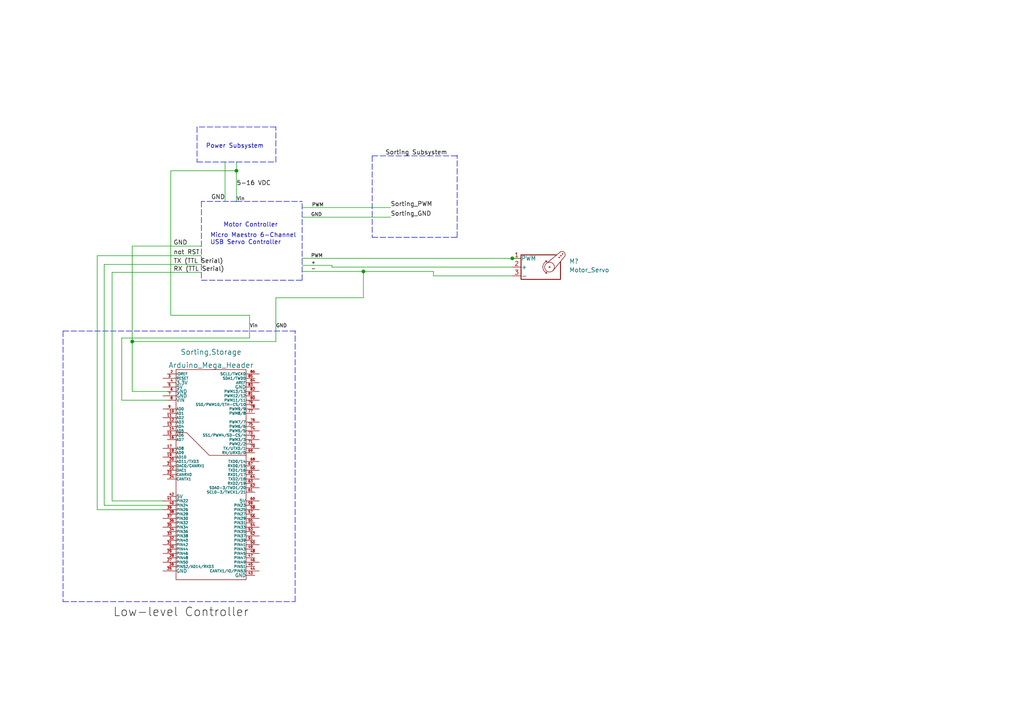
<source format=kicad_sch>
(kicad_sch (version 20211123) (generator eeschema)
  (paper "A4")
  (lib_symbols
    (symbol "Motor:Motor_Servo" (pin_names (offset 0.0254))
      (property "Reference" "M" (at -5.08 4.445 0))
      (property "Value" "Motor_Servo" (at -5.08 -4.064 0))
      (symbol "Motor_Servo_0_1"
        (polyline (pts (xy 2.413 -1.778) (xy 2.032 -1.778)))
        (polyline (pts (xy 2.413 -1.778) (xy 2.286 -1.397)))
        (polyline (pts (xy 2.413 1.778) (xy 1.905 1.778)))
        (polyline (pts (xy 2.413 1.778) (xy 2.286 1.397)))
        (polyline (pts (xy 6.35 4.445) (xy 2.54 1.27)))
        (polyline (pts (xy 7.62 3.175) (xy 4.191 -1.016)))
        (polyline (pts (xy 5.08 3.556) (xy -5.08 3.556) (xy -5.08 -3.556) (xy 6.35 -3.556) (xy 6.35 1.524)) (stroke (width 0.254)))
        (arc (start 2.413 1.778) (mid 1.2406 0) (end 2.413 -1.778))
        (circle (center 3.175 0) (radius 0.1778))
        (circle (center 3.175 0) (radius 1.4224))
        (circle (center 5.969 2.794) (radius 0.127))
        (circle (center 6.477 3.302) (radius 0.127))
        (circle (center 6.985 3.81) (radius 0.127))
        (arc (start 7.62 3.175) (mid 7.4485 4.2735) (end 6.35 4.445))
      )
      (symbol "Motor_Servo_1_1"
        (pin passive line (at -7.62 2.54 0) (length 2.54) (name "PWM") (number "1"))
        (pin passive line (at -7.62 0 0) (length 2.54) (name "+") (number "2"))
        (pin passive line (at -7.62 -2.54 0) (length 2.54) (name "-") (number "3"))
      )
    )
    (symbol "w_connectors:Arduino_Mega_Header" (pin_names (offset 0.0254))
      (property "Reference" "J" (at 0 31.75 0))
      (property "Value" "Arduino_Mega_Header" (at 0 -31.75 0))
      (symbol "Arduino_Mega_Header_0_1"
        (polyline (pts (xy -8.636 12.192) (xy -9.652 12.192)))
        (polyline (pts (xy 10.16 5.588) (xy -0.508 5.588) (xy -7.112 12.192) (xy -10.16 12.192)))
        (rectangle (start 10.16 -30.48) (end -10.16 30.48))
      )
      (symbol "Arduino_Mega_Header_1_1"
        (pin passive line (at -12.7 17.78 0) (length 2.54) (name "AD1") (number "10"))
        (pin passive line (at -13.97 16.51 0) (length 3.81) (name "AD2") (number "11"))
        (pin passive line (at -12.7 15.24 0) (length 2.54) (name "AD3") (number "12"))
        (pin passive line (at -13.97 13.97 0) (length 3.81) (name "AD4") (number "13"))
        (pin passive line (at -12.7 12.7 0) (length 2.54) (name "AD5") (number "14"))
        (pin passive line (at -13.97 11.43 0) (length 3.81) (name "AD6") (number "15"))
        (pin passive line (at -12.7 10.16 0) (length 2.54) (name "AD7") (number "16"))
        (pin passive line (at -13.97 7.62 0) (length 3.81) (name "AD8") (number "17"))
        (pin passive line (at -12.7 6.35 0) (length 2.54) (name "AD9") (number "18"))
        (pin passive line (at -13.97 5.08 0) (length 3.81) (name "AD10") (number "19"))
        (pin passive line (at -12.7 29.21 0) (length 2.54) (name "IOREF") (number "2"))
        (pin passive line (at -12.7 3.81 0) (length 2.54) (name "AD11/TXD3") (number "20"))
        (pin passive line (at -13.97 2.54 0) (length 3.81) (name "DAC0/CANRX1") (number "21"))
        (pin passive line (at -12.7 1.27 0) (length 2.54) (name "DAC1") (number "22"))
        (pin passive line (at -13.97 0 0) (length 3.81) (name "CANRX0") (number "23"))
        (pin passive line (at -12.7 -1.27 0) (length 2.54) (name "CANTX1") (number "24"))
        (pin passive line (at -13.97 -27.94 0) (length 3.81) (name "GND") (number "25"))
        (pin passive line (at -12.7 -26.67 0) (length 2.54) (name "PIN52/AD14/RXD3") (number "26"))
        (pin passive line (at -13.97 -25.4 0) (length 3.81) (name "PIN50") (number "27"))
        (pin passive line (at -12.7 -24.13 0) (length 2.54) (name "PIN48") (number "28"))
        (pin passive line (at -13.97 -22.86 0) (length 3.81) (name "PIN46") (number "29"))
        (pin passive line (at -13.97 27.94 0) (length 3.81) (name "RESET") (number "3"))
        (pin passive line (at -12.7 -21.59 0) (length 2.54) (name "PIN44") (number "30"))
        (pin passive line (at -13.97 -20.32 0) (length 3.81) (name "PIN42") (number "31"))
        (pin passive line (at -12.7 -19.05 0) (length 2.54) (name "PIN40") (number "32"))
        (pin passive line (at -13.97 -17.78 0) (length 3.81) (name "PIN38") (number "33"))
        (pin passive line (at -12.7 -16.51 0) (length 2.54) (name "PIN36") (number "34"))
        (pin passive line (at -13.97 -15.24 0) (length 3.81) (name "PIN34") (number "35"))
        (pin passive line (at -12.7 -13.97 0) (length 2.54) (name "PIN32") (number "36"))
        (pin passive line (at -13.97 -12.7 0) (length 3.81) (name "PIN30") (number "37"))
        (pin passive line (at -12.7 -11.43 0) (length 2.54) (name "PIN28") (number "38"))
        (pin passive line (at -13.97 -10.16 0) (length 3.81) (name "PIN26") (number "39"))
        (pin passive line (at -12.7 26.67 0) (length 2.54) (name "3.3V") (number "4"))
        (pin passive line (at -12.7 -8.89 0) (length 2.54) (name "PIN24") (number "40"))
        (pin passive line (at -13.97 -7.62 0) (length 3.81) (name "PIN22") (number "41"))
        (pin passive line (at -12.7 -6.35 0) (length 2.54) (name "5V") (number "42"))
        (pin passive line (at 12.7 -29.21 180) (length 2.54) (name "GND") (number "43"))
        (pin passive line (at 13.97 -27.94 180) (length 3.81) (name "CANTX1/IO/PIN53") (number "44"))
        (pin passive line (at 12.7 -26.67 180) (length 2.54) (name "PIN51") (number "45"))
        (pin passive line (at 13.97 -25.4 180) (length 3.81) (name "PIN49") (number "46"))
        (pin passive line (at 12.7 -24.13 180) (length 2.54) (name "PIN47") (number "47"))
        (pin passive line (at 13.97 -22.86 180) (length 3.81) (name "PIN45") (number "48"))
        (pin passive line (at 12.7 -21.59 180) (length 2.54) (name "PIN43") (number "49"))
        (pin passive line (at -13.97 25.4 0) (length 3.81) (name "5V") (number "5"))
        (pin passive line (at 13.97 -20.32 180) (length 3.81) (name "PIN41") (number "50"))
        (pin passive line (at 12.7 -19.05 180) (length 2.54) (name "PIN39") (number "51"))
        (pin passive line (at 13.97 -17.78 180) (length 3.81) (name "PIN37") (number "52"))
        (pin passive line (at 12.7 -16.51 180) (length 2.54) (name "PIN35") (number "53"))
        (pin passive line (at 13.97 -15.24 180) (length 3.81) (name "PIN33") (number "54"))
        (pin passive line (at 12.7 -13.97 180) (length 2.54) (name "PIN31") (number "55"))
        (pin passive line (at 13.97 -12.7 180) (length 3.81) (name "PIN29") (number "56"))
        (pin passive line (at 12.7 -11.43 180) (length 2.54) (name "PIN27") (number "57"))
        (pin passive line (at 13.97 -10.16 180) (length 3.81) (name "PIN25") (number "58"))
        (pin passive line (at 12.7 -8.89 180) (length 2.54) (name "PIN23") (number "59"))
        (pin passive line (at -12.7 24.13 0) (length 2.54) (name "GND") (number "6"))
        (pin passive line (at 13.97 -7.62 180) (length 3.81) (name "5V") (number "60"))
        (pin passive line (at 12.7 -5.08 180) (length 2.54) (name "SCL0-3/TWCK1/21") (number "61"))
        (pin passive line (at 13.97 -3.81 180) (length 3.81) (name "SDA0-3/TWD1/20") (number "62"))
        (pin passive line (at 12.7 -2.54 180) (length 2.54) (name "RXD2/19") (number "63"))
        (pin passive line (at 13.97 -1.27 180) (length 3.81) (name "TXD2/18") (number "64"))
        (pin passive line (at 12.7 0 180) (length 2.54) (name "RXD1/17") (number "65"))
        (pin passive line (at 13.97 1.27 180) (length 3.81) (name "TXD1/16") (number "66"))
        (pin passive line (at 12.7 2.54 180) (length 2.54) (name "RXD0/15") (number "67"))
        (pin passive line (at 13.97 3.81 180) (length 3.81) (name "TXD0/14") (number "68"))
        (pin passive line (at 12.7 6.35 180) (length 2.54) (name "RX/URXD/0") (number "69"))
        (pin passive line (at -13.97 22.86 0) (length 3.81) (name "GND") (number "7"))
        (pin passive line (at 13.97 7.62 180) (length 3.81) (name "TX/UTXD/1") (number "70"))
        (pin passive line (at 12.7 8.89 180) (length 2.54) (name "PWM2/2") (number "71"))
        (pin passive line (at 13.97 10.16 180) (length 3.81) (name "PWM3/3") (number "72"))
        (pin passive line (at 12.7 11.43 180) (length 2.54) (name "SS1/PWM4/SD-CS/4") (number "73"))
        (pin passive line (at 13.97 12.7 180) (length 3.81) (name "PWM5/5") (number "74"))
        (pin passive line (at 12.7 13.97 180) (length 2.54) (name "PWM6/6") (number "75"))
        (pin passive line (at 13.97 15.24 180) (length 3.81) (name "PWM7/7") (number "76"))
        (pin passive line (at 12.7 17.78 180) (length 2.54) (name "PWM8/8") (number "77"))
        (pin passive line (at 13.97 19.05 180) (length 3.81) (name "PWM9/9") (number "78"))
        (pin passive line (at 12.7 20.32 180) (length 2.54) (name "SS0/PWM10/ETH-CS/10") (number "79"))
        (pin passive line (at -12.7 21.59 0) (length 2.54) (name "VIN") (number "8"))
        (pin passive line (at 13.97 21.59 180) (length 3.81) (name "PWM11/11") (number "80"))
        (pin passive line (at 12.7 22.86 180) (length 2.54) (name "PWM12/12") (number "81"))
        (pin passive line (at 13.97 24.13 180) (length 3.81) (name "PWM13/13") (number "82"))
        (pin passive line (at 12.7 25.4 180) (length 2.54) (name "GND") (number "83"))
        (pin passive line (at 13.97 26.67 180) (length 3.81) (name "AREF") (number "84"))
        (pin passive line (at 12.7 27.94 180) (length 2.54) (name "SDA1/TWD0") (number "85"))
        (pin passive line (at 13.97 29.21 180) (length 3.81) (name "SCL1/TWCK0") (number "86"))
        (pin passive line (at -13.97 19.05 0) (length 3.81) (name "AD0") (number "9"))
      )
    )
  )
  (junction (at 148.59 74.93))
  (junction (at 38.354 99.06))
  (junction (at 105.41 78.74))
  (junction (at 68.58 49.53))
  (polyline (pts (xy 58.42 58.42) (xy 58.42 81.28)))
  (wire (pts (xy 30.226 146.558) (xy 30.226 76.708)))
  (wire (pts (xy 68.58 46.99) (xy 68.58 49.53)))
  (wire (pts (xy 72.39 98.044) (xy 35.306 98.044)))
  (polyline (pts (xy 132.588 68.834) (xy 132.588 44.958)))
  (polyline (pts (xy 80.01 36.83) (xy 57.15 36.83)))
  (wire (pts (xy 65.278 46.99) (xy 65.278 58.42)))
  (wire (pts (xy 68.58 49.53) (xy 68.58 58.42)))
  (wire (pts (xy 125.73 80.01) (xy 148.59 80.01)))
  (wire (pts (xy 58.42 71.374) (xy 38.354 71.374)))
  (polyline (pts (xy 63.5 96.012) (xy 86.106 96.012)))
  (wire (pts (xy 87.63 76.962) (xy 96.266 76.962)))
  (wire (pts (xy 28.194 74.168) (xy 58.42 74.168)))
  (wire (pts (xy 28.194 147.828) (xy 28.194 74.168)))
  (polyline (pts (xy 87.63 81.28) (xy 87.63 58.42)))
  (polyline (pts (xy 18.288 96.012) (xy 63.5 96.012)))
  (polyline (pts (xy 68.58 46.99) (xy 80.01 46.99)))
  (wire (pts (xy 38.354 99.06) (xy 38.354 113.538)))
  (wire (pts (xy 30.226 76.708) (xy 58.42 76.708)))
  (wire (pts (xy 32.512 145.288) (xy 32.512 78.994)))
  (wire (pts (xy 87.63 60.198) (xy 113.284 60.198)))
  (wire (pts (xy 35.306 98.044) (xy 35.306 116.078)))
  (polyline (pts (xy 107.95 68.834) (xy 132.588 68.834)))
  (wire (pts (xy 68.58 49.53) (xy 49.53 49.53)))
  (polyline (pts (xy 68.58 58.42) (xy 58.42 58.42)))
  (wire (pts (xy 48.514 118.618) (xy 48.768 118.618)))
  (wire (pts (xy 105.41 86.36) (xy 105.41 78.74)))
  (wire (pts (xy 32.512 145.288) (xy 47.244 145.288)))
  (wire (pts (xy 80.01 86.36) (xy 80.01 99.06)))
  (wire (pts (xy 87.63 74.93) (xy 148.59 74.93)))
  (wire (pts (xy 49.53 49.53) (xy 49.53 91.44)))
  (polyline (pts (xy 18.288 96.012) (xy 18.288 174.498)))
  (wire (pts (xy 38.354 71.374) (xy 38.354 99.06)))
  (wire (pts (xy 80.01 86.36) (xy 105.41 86.36)))
  (wire (pts (xy 72.39 91.44) (xy 72.39 98.044)))
  (wire (pts (xy 48.514 146.558) (xy 30.226 146.558)))
  (polyline (pts (xy 80.01 46.99) (xy 80.01 36.83)))
  (wire (pts (xy 80.01 99.06) (xy 38.354 99.06)))
  (polyline (pts (xy 58.42 81.28) (xy 87.63 81.28)))
  (wire (pts (xy 49.53 91.44) (xy 72.39 91.44)))
  (wire (pts (xy 48.514 116.078) (xy 35.306 116.078)))
  (polyline (pts (xy 57.15 36.83) (xy 57.15 46.99)))
  (wire (pts (xy 105.41 78.74) (xy 125.73 78.74)))
  (polyline (pts (xy 85.598 174.498) (xy 85.598 96.012)))
  (polyline (pts (xy 57.15 46.99) (xy 68.58 46.99)))
  (polyline (pts (xy 107.95 45.212) (xy 107.95 68.834)))
  (wire (pts (xy 96.266 77.47) (xy 148.59 77.47)))
  (wire (pts (xy 96.266 77.47) (xy 96.266 76.962)))
  (wire (pts (xy 47.244 147.828) (xy 28.194 147.828)))
  (wire (pts (xy 87.63 62.992) (xy 113.284 62.992)))
  (wire (pts (xy 32.512 78.994) (xy 58.42 78.994)))
  (polyline (pts (xy 107.95 45.212) (xy 132.588 45.212)))
  (polyline (pts (xy 68.58 58.42) (xy 87.63 58.42)))
  (wire (pts (xy 148.59 74.93) (xy 150.876 74.93)))
  (wire (pts (xy 87.63 78.74) (xy 105.41 78.74)))
  (polyline (pts (xy 18.288 174.498) (xy 85.598 174.498)))
  (wire (pts (xy 125.73 78.74) (xy 125.73 80.01)))
  (wire (pts (xy 38.354 113.538) (xy 48.514 113.538)))
  (text "Motor Controller\n" (at 64.77 66.04 0) (effects (font (size 1.27 1.27)) (justify left bottom)))
  (text "Micro Maestro 6-Channel\nUSB Servo Controller\n" (at 60.96 71.12 0) (effects (font (size 1.27 1.27)) (justify left bottom)))
  (text "Power Subsystem\n" (at 59.69 43.18 0) (effects (font (size 1.27 1.27)) (justify left bottom)))
  (label "TX (TTL Serial)" (at 50.292 76.708 0))
  (label "+" (at 90.17 76.962 0) (effects (font (size 1 1))))
  (label "Vin" (at 68.58 58.42 0) (effects (font (size 1 1))))
  (label "RX (TTL Serial)" (at 50.292 78.994 0))
  (label "not RST" (at 50.292 74.168 0))
  (label "Vin" (at 72.39 95.25 0) (effects (font (size 1 1))))
  (label "Low-level Controller" (at 32.766 179.578 0) (effects (font (size 2.5 2.5))))
  (label "5-16 VDC" (at 68.58 54.102 0))
  (label "PWM" (at 90.424 60.198 0) (effects (font (size 1 1))))
  (label "GND" (at 65.278 58.166 180))
  (label "GND" (at 90.17 62.992 0) (effects (font (size 1 1))))
  (label "GND" (at 80.01 95.25 0) (effects (font (size 1 1))))
  (label "GND" (at 50.292 71.374 0))
  (label "-" (at 90.17 78.74 0) (effects (font (size 1 1))))
  (label "Sorting_PWM" (at 113.284 60.198 0))
  (label "PWM" (at 90.17 74.93 0) (effects (font (size 1 1))))
  (label "Sorting_GND" (at 113.284 62.992 0))
  (label "Sorting Subsystem" (at 111.76 45.212 0))
  (symbol (lib_id "w_connectors:Arduino_Mega_Header") (at 61.214 137.668 0) (unit 1)
    (property "Reference" "Sorting,Storage" (at 61.214 102.108 0) (effects (font (size 1.524 1.524))))
    (property "Value" "Arduino_Mega_Header" (at 61.214 105.918 0) (effects (font (size 1.524 1.524))))
  )
  (symbol (lib_id "Motor:Motor_Servo") (at 156.21 77.47 0) (unit 1)
    (property "Reference" "M?" (at 165.1 75.7665 0) (effects (justify left)))
    (property "Value" "Motor_Servo" (at 165.1 78.3065 0) (effects (justify left)))
    (property "Datasheet" "http://forums.parallax.com/uploads/attachments/46831/74481.png" (effects hide))
  )
)
</source>
